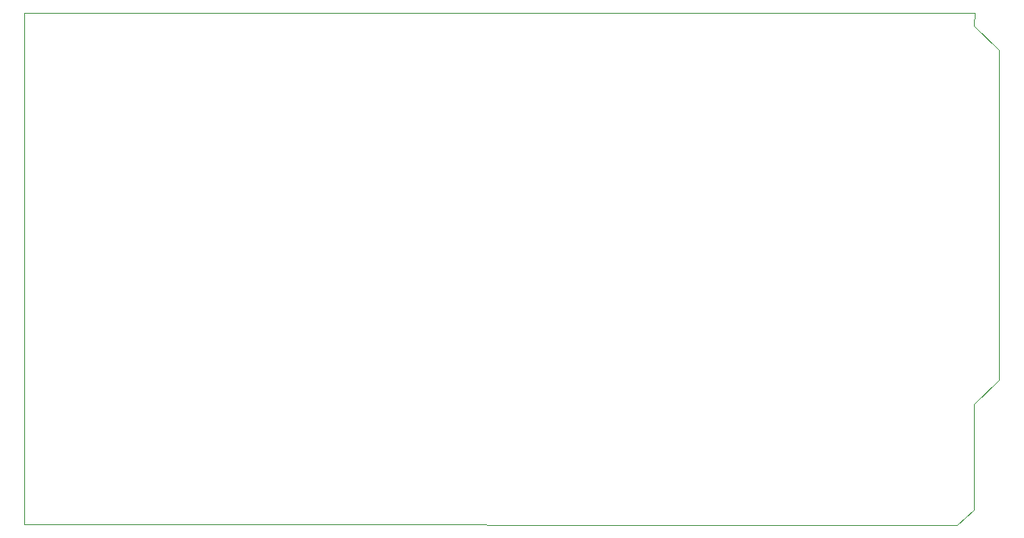
<source format=gbr>
G04 #@! TF.GenerationSoftware,KiCad,Pcbnew,(5.1.5)-2*
G04 #@! TF.CreationDate,2020-03-13T12:58:49+01:00*
G04 #@! TF.ProjectId,CDP1802_Tester,43445031-3830-4325-9f54-65737465722e,rev?*
G04 #@! TF.SameCoordinates,Original*
G04 #@! TF.FileFunction,Profile,NP*
%FSLAX46Y46*%
G04 Gerber Fmt 4.6, Leading zero omitted, Abs format (unit mm)*
G04 Created by KiCad (PCBNEW (5.1.5)-2) date 2020-03-13 12:58:49*
%MOMM*%
%LPD*%
G04 APERTURE LIST*
%ADD10C,0.050000*%
G04 APERTURE END LIST*
D10*
X95320000Y-71320000D02*
X95320000Y-17570000D01*
X193100000Y-71350000D02*
X95320000Y-71320000D01*
X194840000Y-69780000D02*
X193100000Y-71350000D01*
X194840000Y-58640000D02*
X194840000Y-69780000D01*
X197500000Y-56150000D02*
X194840000Y-58640000D01*
X197500000Y-21480000D02*
X197500000Y-56150000D01*
X194870000Y-18950000D02*
X197500000Y-21480000D01*
X194910000Y-17570000D02*
X194870000Y-18950000D01*
X95320000Y-17570000D02*
X194910000Y-17570000D01*
M02*

</source>
